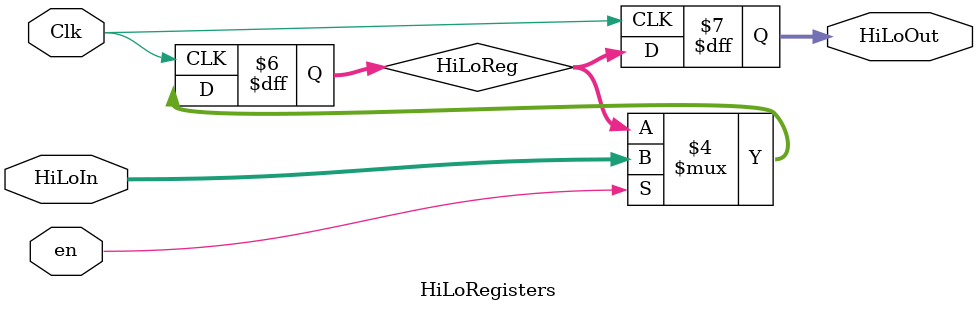
<source format=v>
`timescale 1ns / 1ps


module HiLoRegisters(HiLoIn, HiLoOut, Clk, en);

    input Clk, en;
    input [63:0] HiLoIn;
    output reg [63:0] HiLoOut;
    
    reg [63:0] HiLoReg;
    
    //simple register that stores HiLo as one concatenated 64-bit value
    //this will be updated at each clock cycle; the old value will be muxed with
    //a new one to decide if HiLo should be updated. This will take place outside of
    //the module
//    assign HiLoNew = HiLo;
    always @(negedge Clk) begin
        HiLoOut <= HiLoReg;
    end
    always @(posedge Clk) begin
        if(en == 1) begin
            HiLoReg <= HiLoIn;
        end
    end

endmodule

</source>
